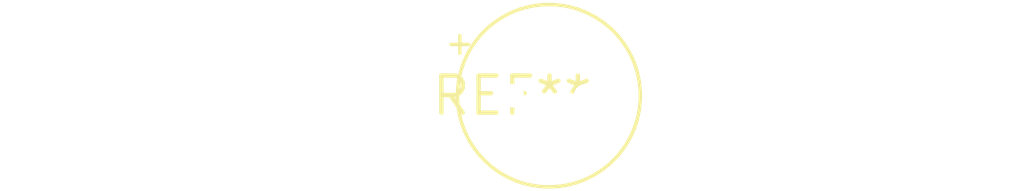
<source format=kicad_pcb>
(kicad_pcb (version 20240108) (generator pcbnew)
  (layers (0 "F.Cu" signal) (31 "B.Cu" signal) (34 "B.Paste" user) (35 "F.Paste" user) (36 "B.SilkS" user "B.Silkscreen") (37 "F.SilkS" user "F.Silkscreen") (38 "B.Mask" user) (39 "F.Mask" user) (44 "Edge.Cuts" user))
  (net 0 "")
  (footprint "CP_Radial_Tantal_D6.0mm_P2.50mm" (layer "F.Cu") (at 0 0)
    (property "Reference" "REF**")
    (property "Value" "CP_Radial_Tantal_D6.0mm_P2.50mm")
    (fp_line (start -2.089749 -1.755) (end -1.489749 -1.755) (layer "F.SilkS") (stroke (width 0.12)))
    (fp_line (start -1.789749 -2.055) (end -1.789749 -1.455) (layer "F.SilkS") (stroke (width 0.12)))
    (fp_circle (center 1.25 0) (end 4.37 0) (layer "F.SilkS") (stroke (width 0.12)) (fill none))
    (pad "1" thru_hole rect (at 0 0) (size 1.6 1.6) (drill 0.8) (layers *.Cu *.Mask) (remove_unused_layers))
    (pad "2" thru_hole circle (at 2.5 0) (size 1.6 1.6) (drill 0.8) (layers *.Cu *.Mask) (remove_unused_layers))
  )
)
</source>
